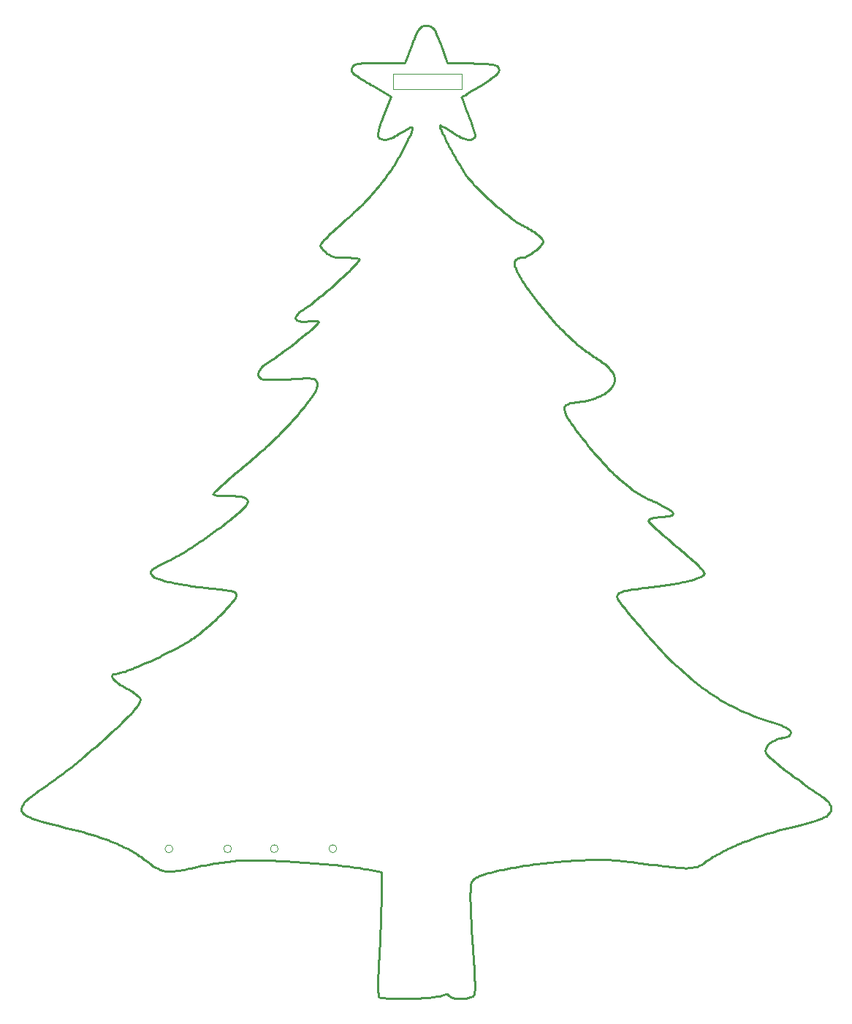
<source format=gbr>
%TF.GenerationSoftware,KiCad,Pcbnew,7.0.9*%
%TF.CreationDate,2023-11-22T22:42:55-07:00*%
%TF.ProjectId,OrnamentSCH,4f726e61-6d65-46e7-9453-43482e6b6963,rev?*%
%TF.SameCoordinates,Original*%
%TF.FileFunction,Profile,NP*%
%FSLAX46Y46*%
G04 Gerber Fmt 4.6, Leading zero omitted, Abs format (unit mm)*
G04 Created by KiCad (PCBNEW 7.0.9) date 2023-11-22 22:42:55*
%MOMM*%
%LPD*%
G01*
G04 APERTURE LIST*
%ADD10C,0.228600*%
%TA.AperFunction,Profile*%
%ADD11C,0.228600*%
%TD*%
%TA.AperFunction,Profile*%
%ADD12C,0.100000*%
%TD*%
G04 APERTURE END LIST*
D10*
X159509950Y-47019350D02*
X159759498Y-47177489D01*
X159998477Y-47318854D01*
X160226575Y-47443381D01*
X160443479Y-47551009D01*
X160747160Y-47680634D01*
X161023892Y-47771894D01*
X161272619Y-47824582D01*
X161558867Y-47834476D01*
X161790946Y-47774941D01*
X162001055Y-47602142D01*
X162059210Y-47502220D01*
X134722110Y-131330670D02*
X134981180Y-131313870D01*
X135278296Y-131301951D01*
X135610969Y-131294740D01*
X135976714Y-131292064D01*
X136373045Y-131293751D01*
X136797475Y-131299629D01*
X137247518Y-131309525D01*
X137720688Y-131323268D01*
X138214499Y-131340685D01*
X138726465Y-131361604D01*
X139254098Y-131385852D01*
X139794914Y-131413257D01*
X140346425Y-131443648D01*
X140906146Y-131476851D01*
X141471591Y-131512694D01*
X142040272Y-131551006D01*
X142609704Y-131591613D01*
X143177401Y-131634344D01*
X143740877Y-131679026D01*
X144297644Y-131725488D01*
X144845218Y-131773556D01*
X145381111Y-131823058D01*
X145902838Y-131873823D01*
X146407912Y-131925678D01*
X146893847Y-131978450D01*
X147358157Y-132031968D01*
X147798356Y-132086059D01*
X148211957Y-132140550D01*
X148596474Y-132195270D01*
X148949421Y-132250047D01*
X149268311Y-132304707D01*
X149550660Y-132359080D01*
X161877130Y-142177760D02*
X161843716Y-141741096D01*
X161811187Y-141294770D01*
X161779711Y-140842026D01*
X161749458Y-140386107D01*
X161734843Y-140157971D01*
X161706743Y-139703374D01*
X161680289Y-139253711D01*
X161655652Y-138812228D01*
X161633000Y-138382168D01*
X161612504Y-137966774D01*
X161594333Y-137569292D01*
X161578657Y-137192965D01*
X161565645Y-136841036D01*
X161555466Y-136516750D01*
X161548291Y-136223351D01*
X161544288Y-135964081D01*
X161543530Y-135848260D01*
X154435150Y-47628780D02*
X154259669Y-47997686D01*
X154081794Y-48360016D01*
X153901260Y-48716104D01*
X153717803Y-49066280D01*
X153531159Y-49410878D01*
X153341063Y-49750229D01*
X153147252Y-50084665D01*
X152949461Y-50414519D01*
X152747427Y-50740123D01*
X152540884Y-51061809D01*
X152329569Y-51379909D01*
X152113217Y-51694756D01*
X151891565Y-52006681D01*
X151664348Y-52316018D01*
X151431302Y-52623097D01*
X151192163Y-52928252D01*
X150946667Y-53231814D01*
X150694549Y-53534116D01*
X150435545Y-53835490D01*
X150169392Y-54136268D01*
X149895824Y-54436782D01*
X149614579Y-54737365D01*
X149325391Y-55038348D01*
X149027996Y-55340064D01*
X148722130Y-55642845D01*
X148407530Y-55947023D01*
X148083930Y-56252931D01*
X147751068Y-56560901D01*
X147408677Y-56871264D01*
X147056495Y-57184354D01*
X146694257Y-57500501D01*
X146321700Y-57820040D01*
X140890940Y-75568850D02*
X141294341Y-75540663D01*
X141656720Y-75517403D01*
X141980444Y-75499284D01*
X142267882Y-75486520D01*
X142521401Y-75479325D01*
X142843263Y-75479441D01*
X143102130Y-75493290D01*
X143363106Y-75534361D01*
X143580681Y-75624440D01*
X143748790Y-75828850D01*
X121696380Y-111388040D02*
X121946183Y-111513929D01*
X122180298Y-111643055D01*
X122397165Y-111774150D01*
X122595227Y-111905947D01*
X122827358Y-112080577D01*
X123019588Y-112251198D01*
X123198131Y-112454258D01*
X123312296Y-112675203D01*
X123319900Y-112708960D01*
X138323610Y-73481820D02*
X138048167Y-73669415D01*
X137802380Y-73851634D01*
X137586411Y-74028020D01*
X137400423Y-74198116D01*
X137178007Y-74440472D01*
X137023959Y-74666112D01*
X136925858Y-74938303D01*
X136951570Y-75174395D01*
X137102393Y-75370740D01*
X137298395Y-75489719D01*
X137566050Y-75582750D01*
X143748790Y-75828850D02*
X143831694Y-76068613D01*
X143843583Y-76322041D01*
X143767687Y-76618296D01*
X143643068Y-76886133D01*
X143523821Y-77093263D01*
X143373195Y-77327501D01*
X143189093Y-77592495D01*
X142969419Y-77891888D01*
X142712077Y-78229326D01*
X142568625Y-78413451D01*
X142414971Y-78608454D01*
X142250851Y-78814791D01*
X142076004Y-79032918D01*
X141890168Y-79263289D01*
X141693080Y-79506361D01*
X141484480Y-79762590D01*
X124727990Y-98426080D02*
X124935672Y-98560978D01*
X125155393Y-98656205D01*
X125434438Y-98754542D01*
X125767931Y-98855024D01*
X126150995Y-98956686D01*
X126578754Y-99058563D01*
X126807870Y-99109281D01*
X127046332Y-99159690D01*
X127293528Y-99209671D01*
X127548851Y-99259102D01*
X127811690Y-99307864D01*
X128081436Y-99355834D01*
X128357480Y-99402894D01*
X128639211Y-99448922D01*
X128926020Y-99493797D01*
X129217299Y-99537399D01*
X129512436Y-99579608D01*
X129810823Y-99620302D01*
X130111850Y-99659362D01*
X130414908Y-99696666D01*
X130719386Y-99732093D01*
X131024676Y-99765524D01*
X131330168Y-99796837D01*
X131635252Y-99825913D01*
X131939320Y-99852630D01*
D11*
X151238140Y-132707310D02*
X151238140Y-135493070D01*
D10*
X114774160Y-127568730D02*
X115175479Y-127666036D01*
X115566798Y-127763514D01*
X115948337Y-127861253D01*
X116320320Y-127959344D01*
X116682970Y-128057878D01*
X117036509Y-128156945D01*
X117381160Y-128256637D01*
X117717146Y-128357043D01*
X118044690Y-128458255D01*
X118364015Y-128560362D01*
X118675343Y-128663457D01*
X118978897Y-128767628D01*
X119274900Y-128872968D01*
X119563574Y-128979566D01*
X119845143Y-129087514D01*
X120119830Y-129196902D01*
X120387856Y-129307820D01*
X120649445Y-129420360D01*
X120904819Y-129534612D01*
X121154202Y-129650666D01*
X121397816Y-129768614D01*
X121635884Y-129888545D01*
X121868629Y-130010551D01*
X122096273Y-130134722D01*
X122319039Y-130261149D01*
X122537150Y-130389923D01*
X122750829Y-130521134D01*
X122960299Y-130654873D01*
X123165782Y-130791230D01*
X123367501Y-130930297D01*
X123565680Y-131072163D01*
X123760540Y-131216920D01*
X172680230Y-131411910D02*
X173007202Y-131388773D01*
X173321407Y-131367299D01*
X173623613Y-131347501D01*
X173914586Y-131329396D01*
X174195092Y-131312999D01*
X174465899Y-131298324D01*
X174727774Y-131285387D01*
X174981482Y-131274203D01*
X175227791Y-131264786D01*
X175467468Y-131257153D01*
X175701279Y-131251318D01*
X175929992Y-131247296D01*
X176375188Y-131244753D01*
X176809191Y-131249645D01*
X177238134Y-131262092D01*
X177668153Y-131282216D01*
X178105382Y-131310138D01*
X178555954Y-131345979D01*
X178788161Y-131366907D01*
X179026005Y-131389859D01*
X179270251Y-131414852D01*
X179521668Y-131441901D01*
X179781021Y-131471019D01*
X180049078Y-131502224D01*
X180326605Y-131535529D01*
X180614370Y-131570950D01*
X127029830Y-96373900D02*
X126797142Y-96486511D01*
X126577372Y-96593723D01*
X126370264Y-96695764D01*
X125993015Y-96885239D01*
X125663361Y-97056752D01*
X125379265Y-97212120D01*
X125138690Y-97353159D01*
X124939600Y-97481688D01*
X124714295Y-97654997D01*
X124540080Y-97859244D01*
X124502211Y-98091870D01*
X124634534Y-98325790D01*
X124727990Y-98426080D01*
X158037950Y-46183620D02*
X158284800Y-46284844D01*
X158500924Y-46401347D01*
X158707570Y-46520080D01*
X158937678Y-46657798D01*
X159185214Y-46811079D01*
X159378673Y-46934193D01*
X159509950Y-47019350D01*
D11*
X156458880Y-34619190D02*
X156458980Y-34619040D01*
D10*
X176041260Y-73094150D02*
X175832048Y-72960053D01*
X175621731Y-72820441D01*
X175410389Y-72675394D01*
X175198102Y-72524989D01*
X174984949Y-72369304D01*
X174771012Y-72208418D01*
X174556370Y-72042409D01*
X174341103Y-71871354D01*
X174125292Y-71695333D01*
X173909016Y-71514423D01*
X173692355Y-71328703D01*
X173475390Y-71138251D01*
X173258200Y-70943145D01*
X173040867Y-70743463D01*
X172823469Y-70539283D01*
X172606087Y-70330685D01*
X172388801Y-70117745D01*
X172171691Y-69900542D01*
X171954838Y-69679154D01*
X171738321Y-69453661D01*
X171522220Y-69224139D01*
X171306616Y-68990666D01*
X171091588Y-68753322D01*
X170877217Y-68512185D01*
X170663583Y-68267332D01*
X170450765Y-68018842D01*
X170238845Y-67766793D01*
X170027901Y-67511263D01*
X169818015Y-67252330D01*
X169609266Y-66990073D01*
X169401734Y-66724570D01*
X169195500Y-66455900D01*
D11*
X158862210Y-38917400D02*
X158076860Y-36768870D01*
X153938920Y-38927690D02*
X151021300Y-38933690D01*
D10*
X189214340Y-131204140D02*
X189429221Y-131066627D01*
X189651127Y-130929873D01*
X189879943Y-130793920D01*
X190115556Y-130658812D01*
X190357852Y-130524594D01*
X190606720Y-130391308D01*
X190862045Y-130258999D01*
X191123713Y-130127711D01*
X191391613Y-129997487D01*
X191665630Y-129868371D01*
X191945651Y-129740408D01*
X192231563Y-129613640D01*
X192523253Y-129488112D01*
X192820607Y-129363867D01*
X193123513Y-129240950D01*
X193431856Y-129119405D01*
X193745523Y-128999274D01*
X194064402Y-128880602D01*
X194388379Y-128763433D01*
X194717341Y-128647810D01*
X195051174Y-128533777D01*
X195389766Y-128421379D01*
X195733002Y-128310659D01*
X196080770Y-128201661D01*
X196432956Y-128094428D01*
X196789448Y-127989005D01*
X197150131Y-127885435D01*
X197514893Y-127783762D01*
X197883620Y-127684031D01*
X198256199Y-127586284D01*
X198632516Y-127490565D01*
X199012460Y-127396920D01*
X182179520Y-89464030D02*
X181771204Y-89265984D01*
X181567121Y-89158759D01*
X181362942Y-89045939D01*
X181158561Y-88927426D01*
X180953868Y-88803125D01*
X180748756Y-88672939D01*
X180543117Y-88536774D01*
X180336842Y-88394532D01*
X180129823Y-88246118D01*
X179921952Y-88091436D01*
X179713122Y-87930389D01*
X179503222Y-87762883D01*
X179292147Y-87588819D01*
X179079787Y-87408104D01*
X178866035Y-87220640D01*
X178650781Y-87026331D01*
X178433919Y-86825082D01*
X178215339Y-86616796D01*
X177994934Y-86401378D01*
X177772596Y-86178732D01*
X177548216Y-85948760D01*
X177321687Y-85711369D01*
X177092900Y-85466460D01*
X176861746Y-85213939D01*
X176628119Y-84953709D01*
X176391909Y-84685674D01*
X176153008Y-84409739D01*
X175911309Y-84125807D01*
X175666704Y-83833782D01*
X175419083Y-83533568D01*
X175168340Y-83225070D01*
X135582530Y-90144220D02*
X135398493Y-90376228D01*
X135111261Y-90670338D01*
X134932727Y-90837928D01*
X134732932Y-91017738D01*
X134513387Y-91208668D01*
X134275604Y-91409616D01*
X134021097Y-91619481D01*
X133751378Y-91837160D01*
X133467959Y-92061553D01*
X133172351Y-92291558D01*
X132866069Y-92526073D01*
X132550624Y-92763998D01*
X132227528Y-93004230D01*
X131898293Y-93245668D01*
X131564433Y-93487211D01*
X131227459Y-93727757D01*
X130888884Y-93966205D01*
X130550221Y-94201453D01*
X130212981Y-94432399D01*
X129878676Y-94657943D01*
X129548821Y-94876982D01*
X129224925Y-95088416D01*
X128908503Y-95291142D01*
X128601066Y-95484060D01*
X128304127Y-95666067D01*
X128019198Y-95836063D01*
X127747791Y-95992946D01*
X127491419Y-96135614D01*
X127251595Y-96262965D01*
X127029830Y-96373900D01*
X142793860Y-68877230D02*
X143040661Y-68844132D01*
X143319812Y-68820816D01*
X143559411Y-68817101D01*
X143814242Y-68843895D01*
X143979540Y-68958430D01*
X148705540Y-61688770D02*
X148581001Y-61920356D01*
X148372419Y-62172932D01*
X148077755Y-62491241D01*
X147901989Y-62671613D01*
X147709319Y-62864298D01*
X147501283Y-63067924D01*
X147279422Y-63281118D01*
X147045272Y-63502506D01*
X146800374Y-63730716D01*
X146546266Y-63964375D01*
X146284486Y-64202109D01*
X146016575Y-64442545D01*
X145744069Y-64684310D01*
X145468509Y-64926031D01*
X145191433Y-65166335D01*
X144914381Y-65403849D01*
X144638889Y-65637200D01*
X144366499Y-65865014D01*
X144098748Y-66085919D01*
X143837175Y-66298541D01*
X143583319Y-66501508D01*
X143338720Y-66693446D01*
X143104915Y-66872983D01*
X142883443Y-67038744D01*
X142675844Y-67189358D01*
X142483656Y-67323450D01*
X142151670Y-67536580D01*
X195793220Y-118880600D02*
X195740319Y-118605433D01*
X195786346Y-118331558D01*
X195923076Y-118066568D01*
X196080202Y-117878224D01*
X196280252Y-117702352D01*
X196519760Y-117542157D01*
X196795254Y-117400841D01*
X197103267Y-117281607D01*
X197324960Y-117215969D01*
X197558537Y-117162518D01*
X197679460Y-117140660D01*
X167540000Y-61510000D02*
X167846308Y-61450013D01*
X168120045Y-61336101D01*
X168416301Y-61175126D01*
X168619561Y-61047001D01*
X168822698Y-60905968D01*
X169021660Y-60755230D01*
X169212392Y-60597989D01*
X169390842Y-60437450D01*
X169626624Y-60197463D01*
X169811975Y-59968073D01*
X169933216Y-59760092D01*
X169976670Y-59584330D01*
X197679460Y-117140660D02*
X197910501Y-117094609D01*
X198157066Y-117021919D01*
X198390281Y-116913001D01*
X198574783Y-116756839D01*
X198668330Y-116541260D01*
X198671920Y-116481350D01*
D11*
X150215100Y-41590620D02*
X152366830Y-42858140D01*
D10*
X120405060Y-109718900D02*
X120136093Y-109760818D01*
X120001499Y-109962579D01*
X120111855Y-110227043D01*
X120265419Y-110415139D01*
X120478753Y-110617865D01*
X120747155Y-110829135D01*
X120954363Y-110971726D01*
X121182565Y-111113608D01*
X121430368Y-111252980D01*
X121696380Y-111388040D01*
X153232780Y-47209740D02*
X153562578Y-47006519D01*
X153851443Y-46831451D01*
X154100871Y-46685058D01*
X154312357Y-46567861D01*
X154561717Y-46447951D01*
X154808796Y-46401476D01*
X154840075Y-46672198D01*
X154755133Y-46913037D01*
X154618476Y-47231311D01*
X154501132Y-47487382D01*
X154435150Y-47628780D01*
X150857270Y-47444210D02*
X150989700Y-47635475D01*
X151231687Y-47784953D01*
X151481755Y-47833297D01*
X151777866Y-47818711D01*
X152027854Y-47766691D01*
X152299959Y-47679631D01*
X152592563Y-47557684D01*
X152798219Y-47457079D01*
X153011784Y-47341083D01*
X153232780Y-47209740D01*
X129679190Y-105421850D02*
X129491189Y-105557142D01*
X129279196Y-105700441D01*
X129044952Y-105850941D01*
X128790201Y-106007833D01*
X128516683Y-106170311D01*
X128226143Y-106337567D01*
X127920321Y-106508794D01*
X127600962Y-106683185D01*
X127269806Y-106859933D01*
X126928597Y-107038230D01*
X126579076Y-107217270D01*
X126222987Y-107396244D01*
X125862071Y-107574346D01*
X125498071Y-107750768D01*
X125132730Y-107924703D01*
X124767790Y-108095345D01*
X124404992Y-108261884D01*
X124046081Y-108423516D01*
X123692797Y-108579431D01*
X123346884Y-108728824D01*
X123010084Y-108870886D01*
X122684139Y-109004811D01*
X122370792Y-109129791D01*
X122071785Y-109245019D01*
X121788860Y-109349687D01*
X121523760Y-109442989D01*
X121278228Y-109524118D01*
X121054005Y-109592265D01*
X120676459Y-109686388D01*
X120405060Y-109718900D01*
X142151670Y-67536580D02*
X141912116Y-67689488D01*
X141713113Y-67839964D01*
X141489112Y-68057940D01*
X141352421Y-68262267D01*
X141301910Y-68504993D01*
X141442649Y-68744296D01*
X141711535Y-68870282D01*
X142000707Y-68918955D01*
X142233849Y-68926861D01*
X142498466Y-68913437D01*
X142793860Y-68877230D01*
X161373950Y-45084400D02*
X161244888Y-44770340D01*
X161121769Y-44469030D01*
X161006066Y-44184178D01*
X160899254Y-43919492D01*
X160802807Y-43678679D01*
X160718202Y-43465448D01*
X160626361Y-43230452D01*
X160540630Y-43001481D01*
X160523260Y-42944000D01*
D12*
X152591000Y-40208200D02*
X160591000Y-40208200D01*
X160591000Y-42021000D01*
X152591000Y-42021000D01*
X152591000Y-40208200D01*
D10*
X196193540Y-115221950D02*
X195692504Y-115062196D01*
X195198833Y-114894995D01*
X194712144Y-114720076D01*
X194232055Y-114537167D01*
X193758185Y-114345995D01*
X193290150Y-114146289D01*
X192827570Y-113937777D01*
X192370061Y-113720188D01*
X191917243Y-113493248D01*
X191468732Y-113256687D01*
X191024147Y-113010232D01*
X190583106Y-112753612D01*
X190145228Y-112486555D01*
X189710129Y-112208789D01*
X189277427Y-111920042D01*
X188846742Y-111620042D01*
X188417690Y-111308518D01*
X187989890Y-110985197D01*
X187562960Y-110649807D01*
X187136518Y-110302078D01*
X186710181Y-109941736D01*
X186283568Y-109568510D01*
X185856296Y-109182129D01*
X185427984Y-108782320D01*
X184998250Y-108368812D01*
X184566711Y-107941332D01*
X184132985Y-107499609D01*
X183696691Y-107043370D01*
X183257447Y-106572345D01*
X182814870Y-106086261D01*
X182368578Y-105584847D01*
X181918190Y-105067830D01*
X158208900Y-146987850D02*
X158449083Y-146877637D01*
X158671435Y-146799264D01*
X158917987Y-146799264D01*
X159076280Y-146987850D01*
X178069280Y-76325650D02*
X178195843Y-76041043D01*
X178259674Y-75757152D01*
X178259808Y-75472416D01*
X178195278Y-75185272D01*
X178065120Y-74894159D01*
X177941409Y-74697107D01*
X177787815Y-74497135D01*
X177604050Y-74293778D01*
X177389829Y-74086575D01*
X177144865Y-73875062D01*
X176868872Y-73658777D01*
X176561564Y-73437257D01*
X176222654Y-73210040D01*
X176041260Y-73094150D01*
X164846170Y-39669560D02*
X164782212Y-39448352D01*
X164602008Y-39261319D01*
X164376875Y-39174800D01*
X164133656Y-39125695D01*
X163814003Y-39087312D01*
X163552798Y-39066433D01*
X163249163Y-39048450D01*
X162899714Y-39032612D01*
X162501067Y-39018173D01*
X162049839Y-39004384D01*
X161803450Y-38997500D01*
X162016120Y-146845080D02*
X162052767Y-146590781D01*
X162063529Y-146325048D01*
X162066164Y-145984320D01*
X162063523Y-145719493D01*
X162057447Y-145427317D01*
X162048007Y-145110185D01*
X162035274Y-144770490D01*
X162019318Y-144410625D01*
X162000211Y-144032983D01*
X161978023Y-143639956D01*
X161952826Y-143233938D01*
X161924689Y-142817322D01*
X161893685Y-142392500D01*
X161877130Y-142177760D01*
X147070900Y-61510030D02*
X147319131Y-61512098D01*
X147555853Y-61518097D01*
X147848707Y-61531678D01*
X148109409Y-61550966D01*
X148379893Y-61581988D01*
X148606006Y-61627463D01*
X148705540Y-61688770D01*
X123319900Y-112708960D02*
X123264660Y-112953452D01*
X123045594Y-113318607D01*
X122879483Y-113542084D01*
X122678246Y-113790508D01*
X122443825Y-114062138D01*
X122178164Y-114355236D01*
X121883205Y-114668061D01*
X121560892Y-114998874D01*
X121213169Y-115345935D01*
X120841978Y-115707504D01*
X120449264Y-116081842D01*
X120036968Y-116467209D01*
X119607035Y-116861865D01*
X119161407Y-117264071D01*
X118702028Y-117672086D01*
X118230842Y-118084172D01*
X117749791Y-118498588D01*
X117260818Y-118913595D01*
X116765868Y-119327453D01*
X116266883Y-119738422D01*
X115765806Y-120144762D01*
X115264582Y-120544735D01*
X114765152Y-120936600D01*
X114269461Y-121318617D01*
X113779451Y-121689047D01*
X113297066Y-122046150D01*
X112824249Y-122388187D01*
X112362943Y-122713417D01*
X111915092Y-123020101D01*
X111482640Y-123306500D01*
X162059210Y-47502220D02*
X162063926Y-47255060D01*
X162021000Y-47019100D01*
X161948400Y-46726657D01*
X161876163Y-46476231D01*
X161789993Y-46203807D01*
X161691073Y-45913573D01*
X161580586Y-45609718D01*
X161459715Y-45296430D01*
X161373950Y-45084400D01*
X180614370Y-131570950D02*
X181272854Y-131653165D01*
X181886829Y-131730158D01*
X182458232Y-131801847D01*
X182989000Y-131868148D01*
X183481067Y-131928980D01*
X183936372Y-131984262D01*
X184356850Y-132033910D01*
X184744437Y-132077843D01*
X185101072Y-132115978D01*
X185428689Y-132148234D01*
X185729225Y-132174528D01*
X186004617Y-132194778D01*
X186256802Y-132208903D01*
X186487715Y-132216819D01*
X186893473Y-132213700D01*
X187237384Y-132184763D01*
X187534939Y-132129351D01*
X187801631Y-132046809D01*
X188052950Y-131936479D01*
X188304388Y-131797704D01*
X188571438Y-131629827D01*
X188869591Y-131432191D01*
X189214340Y-131204140D01*
D11*
X149550660Y-132359080D02*
X151238140Y-132707310D01*
D10*
X131736380Y-88931250D02*
X131976628Y-89003626D01*
X132218691Y-89037881D01*
X132456090Y-89061044D01*
X132724609Y-89079680D01*
X133017079Y-89093090D01*
X133247837Y-89099298D01*
X133485010Y-89101880D01*
X162736140Y-41565050D02*
X163040026Y-41384236D01*
X163316673Y-41215594D01*
X163567003Y-41058295D01*
X163791938Y-40911513D01*
X163992400Y-40774422D01*
X164249226Y-40585146D01*
X164456180Y-40413023D01*
X164659918Y-40205388D01*
X164808936Y-39971677D01*
X164851824Y-39712065D01*
X164846170Y-39669560D01*
X199012460Y-127396920D02*
X199342269Y-127315525D01*
X199668856Y-127232209D01*
X199990273Y-127147584D01*
X200304570Y-127062260D01*
X200609798Y-126976846D01*
X200904008Y-126891954D01*
X201185251Y-126808194D01*
X201451578Y-126726176D01*
X201701041Y-126646511D01*
X201931690Y-126569809D01*
X202238124Y-126461647D01*
X202491263Y-126363587D01*
X202734512Y-126252113D01*
X202811350Y-126206010D01*
X156458980Y-34619040D02*
X156205579Y-34633086D01*
X155941838Y-34707882D01*
X155713111Y-34876924D01*
X155538140Y-35102080D01*
X155402986Y-35334437D01*
X155258325Y-35629093D01*
X155153872Y-35863644D01*
X155041099Y-36131137D01*
X154918367Y-36433675D01*
X154784040Y-36773360D01*
X174028540Y-78221130D02*
X174374390Y-78180314D01*
X174714402Y-78126038D01*
X175047160Y-78058966D01*
X175371251Y-77979765D01*
X175685259Y-77889100D01*
X175987770Y-77787638D01*
X176277368Y-77676044D01*
X176552640Y-77554985D01*
X176812169Y-77425125D01*
X177054543Y-77287131D01*
X177278346Y-77141670D01*
X177482163Y-76989406D01*
X177664580Y-76831007D01*
X177824181Y-76667137D01*
X178017710Y-76412532D01*
X178069280Y-76325650D01*
X175168340Y-83225070D02*
X174861087Y-82843074D01*
X174572712Y-82481572D01*
X174303080Y-82139968D01*
X174052056Y-81817669D01*
X173819505Y-81514083D01*
X173605290Y-81228614D01*
X173409276Y-80960670D01*
X173231329Y-80709656D01*
X173071313Y-80474980D01*
X172929092Y-80256047D01*
X172804532Y-80052264D01*
X172607849Y-79687773D01*
X172480183Y-79376759D01*
X172420451Y-79114471D01*
X172455859Y-78802014D01*
X172638026Y-78572479D01*
X172839199Y-78457609D01*
X173102892Y-78367721D01*
X173428021Y-78298065D01*
X173813504Y-78243893D01*
X174028540Y-78221130D01*
X123760540Y-131216920D02*
X123954893Y-131363302D01*
X124139546Y-131500704D01*
X124483251Y-131749136D01*
X124798649Y-131963355D01*
X125092735Y-132144502D01*
X125372504Y-132293716D01*
X125644949Y-132412138D01*
X125917065Y-132500908D01*
X126195848Y-132561166D01*
X126488292Y-132594052D01*
X126801390Y-132600707D01*
X127142139Y-132582271D01*
X127517532Y-132539884D01*
X127934564Y-132474686D01*
X128160880Y-132433890D01*
X128400229Y-132387818D01*
X128653485Y-132336613D01*
X128921523Y-132280419D01*
X129205216Y-132219377D01*
X129505440Y-132153630D01*
X167527480Y-57724830D02*
X167259161Y-57581805D01*
X166937420Y-57379575D01*
X166570202Y-57125114D01*
X166372023Y-56980476D01*
X166165455Y-56825394D01*
X165951491Y-56660741D01*
X165731125Y-56487389D01*
X165505350Y-56306209D01*
X165275160Y-56118072D01*
X165041547Y-55923850D01*
X164805506Y-55724416D01*
X164568029Y-55520640D01*
X164330110Y-55313395D01*
X164092742Y-55103551D01*
X163856918Y-54891981D01*
X163623633Y-54679556D01*
X163393879Y-54467148D01*
X163168650Y-54255629D01*
X162948939Y-54045870D01*
X162735739Y-53838743D01*
X162530044Y-53635120D01*
X162332847Y-53435872D01*
X162145142Y-53241870D01*
X161967921Y-53053987D01*
X161802179Y-52873095D01*
X161648908Y-52700064D01*
X161383755Y-52381075D01*
X161273860Y-52236860D01*
X111482640Y-123306500D02*
X111286411Y-123435938D01*
X110925564Y-123685765D01*
X110606688Y-123923973D01*
X110329568Y-124151098D01*
X110093988Y-124367674D01*
X109899734Y-124574237D01*
X109746592Y-124771322D01*
X109593493Y-125050352D01*
X109531688Y-125311070D01*
X109560452Y-125555283D01*
X109679060Y-125784798D01*
X109886789Y-126001423D01*
X110074428Y-126139572D01*
X110301140Y-126273330D01*
X134424650Y-100427190D02*
X134391035Y-100712202D01*
X134288230Y-100918477D01*
X134133436Y-101161640D01*
X133930659Y-101437476D01*
X133683906Y-101741766D01*
X133397184Y-102070293D01*
X133240087Y-102242327D01*
X133074500Y-102418840D01*
X132900924Y-102599302D01*
X132719859Y-102783189D01*
X132531808Y-102969971D01*
X132337271Y-103159123D01*
X132136747Y-103350117D01*
X131930740Y-103542426D01*
X131719748Y-103735522D01*
X131504273Y-103928879D01*
X131284816Y-104121969D01*
X131061878Y-104314265D01*
X130835960Y-104505240D01*
X130607562Y-104694367D01*
X130377185Y-104881118D01*
X130145330Y-105064968D01*
X129912498Y-105245387D01*
X129679190Y-105421850D01*
X150947530Y-147142230D02*
X151205355Y-147226862D01*
X151516433Y-147269970D01*
X151920080Y-147302825D01*
X152151585Y-147315514D01*
X152400192Y-147325769D01*
X152663890Y-147333631D01*
X152940665Y-147339144D01*
X153228505Y-147342350D01*
X153525396Y-147343293D01*
X153829326Y-147342013D01*
X154138281Y-147338556D01*
X154450250Y-147332962D01*
X154763217Y-147325275D01*
X155075172Y-147315538D01*
X155384100Y-147303793D01*
X155687990Y-147290083D01*
X155984827Y-147274451D01*
X156272599Y-147256939D01*
X156549294Y-147237591D01*
X156812897Y-147216449D01*
X157061397Y-147193555D01*
X157292779Y-147168952D01*
X157696143Y-147114793D01*
X158006884Y-147054311D01*
X158208900Y-146987850D01*
X161273860Y-52236860D02*
X161039080Y-51903468D01*
X160782056Y-51514355D01*
X160646983Y-51302233D01*
X160508484Y-51080177D01*
X160367272Y-50849519D01*
X160224059Y-50611590D01*
X160079558Y-50367723D01*
X159934479Y-50119251D01*
X159789535Y-49867504D01*
X159645439Y-49613815D01*
X159502902Y-49359517D01*
X159362636Y-49105941D01*
X159225353Y-48854419D01*
X159091766Y-48606283D01*
X158962586Y-48362866D01*
X158838525Y-48125499D01*
X158720296Y-47895515D01*
X158608610Y-47674246D01*
X158504179Y-47463023D01*
X158319933Y-47076045D01*
X158173253Y-46745239D01*
X158069836Y-46481261D01*
X158008289Y-46233906D01*
X158037950Y-46183620D01*
X183540340Y-91551040D02*
X183940540Y-91521730D01*
X184280136Y-91485237D01*
X184558248Y-91440211D01*
X184858217Y-91353717D01*
X185034795Y-91195923D01*
X184949647Y-90979695D01*
X184709806Y-90772677D01*
X184464466Y-90610780D01*
X184149746Y-90428198D01*
X183764769Y-90223582D01*
X183545660Y-90112590D01*
X183308658Y-89995582D01*
X183053652Y-89872391D01*
X182780533Y-89742848D01*
X182489193Y-89606784D01*
X182179520Y-89464030D01*
X161543530Y-135848260D02*
X161543474Y-135502762D01*
X161546096Y-135194405D01*
X161552207Y-134920501D01*
X161562616Y-134678364D01*
X161588063Y-134368844D01*
X161627740Y-134115686D01*
X161707504Y-133850146D01*
X161823910Y-133647192D01*
X162030819Y-133448767D01*
X162253369Y-133308046D01*
X162317770Y-133272570D01*
X169976670Y-59584330D02*
X169856042Y-59327420D01*
X169656348Y-59107955D01*
X169454025Y-58925707D01*
X169213298Y-58733378D01*
X168940141Y-58535509D01*
X168742971Y-58402760D01*
X168535813Y-58270913D01*
X168320438Y-58141312D01*
X168098617Y-58015304D01*
X167872120Y-57894233D01*
X167642717Y-57779446D01*
X167527480Y-57724830D01*
X202811350Y-126206010D02*
X203031958Y-126028166D01*
X203197428Y-125842042D01*
X203332511Y-125582061D01*
X203370118Y-125309916D01*
X203310565Y-125027070D01*
X203202326Y-124808791D01*
X203039744Y-124585931D01*
X202822951Y-124359106D01*
X202648370Y-124205992D01*
X202449794Y-124051572D01*
X202341520Y-123973930D01*
X181986320Y-99727280D02*
X182332670Y-99690064D01*
X182672733Y-99651484D01*
X183006249Y-99611602D01*
X183332959Y-99570478D01*
X183652603Y-99528173D01*
X183964922Y-99484749D01*
X184269657Y-99440266D01*
X184566547Y-99394785D01*
X184855333Y-99348368D01*
X185135756Y-99301076D01*
X185407556Y-99252969D01*
X185670474Y-99204108D01*
X185924249Y-99154554D01*
X186168624Y-99104370D01*
X186403338Y-99053614D01*
X186628131Y-99002350D01*
X187046918Y-98898535D01*
X187422909Y-98793416D01*
X187754028Y-98687478D01*
X188038199Y-98581211D01*
X188273346Y-98475103D01*
X188529604Y-98317305D01*
X188663880Y-98162610D01*
X160523260Y-42944000D02*
X160742372Y-42782054D01*
X160964430Y-42638805D01*
X161173373Y-42507526D01*
X161414402Y-42358457D01*
X161683685Y-42193982D01*
X161977388Y-42016483D01*
X162184865Y-41892090D01*
X162400357Y-41763674D01*
X162622729Y-41631940D01*
X162736140Y-41565050D01*
X146321700Y-57820040D02*
X146053233Y-58050810D01*
X145800648Y-58272852D01*
X145564390Y-58485671D01*
X145344902Y-58688777D01*
X145142630Y-58881676D01*
X144958019Y-59063877D01*
X144791513Y-59234886D01*
X144576674Y-59469338D01*
X144405075Y-59675840D01*
X144246131Y-59904826D01*
X144164632Y-60140981D01*
X144181090Y-60189110D01*
X137566050Y-75582750D02*
X137818316Y-75620799D01*
X138120791Y-75640348D01*
X138397420Y-75648708D01*
X138710320Y-75651701D01*
X139053742Y-75649360D01*
X139296805Y-75644852D01*
X139549173Y-75637997D01*
X139809142Y-75628804D01*
X140075007Y-75617284D01*
X140345064Y-75603445D01*
X140617610Y-75587297D01*
X140890940Y-75568850D01*
X144181090Y-60189110D02*
X144316072Y-60378024D01*
X144515733Y-60628290D01*
X144717075Y-60841147D01*
X144925786Y-61019201D01*
X145147555Y-61165058D01*
X145388068Y-61281326D01*
X145653016Y-61370609D01*
X145948084Y-61435515D01*
X146278963Y-61478650D01*
X146522251Y-61496598D01*
X146785668Y-61506800D01*
X147070900Y-61510030D01*
X182130860Y-91942210D02*
X182301710Y-91786582D01*
X182545053Y-91701340D01*
X182811091Y-91639803D01*
X183057173Y-91599053D01*
X183326531Y-91567584D01*
X183540340Y-91551040D01*
X147896570Y-39381730D02*
X147802549Y-39643060D01*
X147816313Y-39877130D01*
X147979597Y-40123691D01*
X148166700Y-40294158D01*
X148431669Y-40492018D01*
X148656026Y-40643383D01*
X148921668Y-40813283D01*
X149231267Y-41004261D01*
X149587492Y-41218861D01*
X149783925Y-41335815D01*
X149993016Y-41459628D01*
X150215100Y-41590620D01*
X151516140Y-44945140D02*
X151430499Y-45159938D01*
X151310310Y-45478291D01*
X151201055Y-45788190D01*
X151103875Y-46085310D01*
X151019907Y-46365329D01*
X150950288Y-46623923D01*
X150896157Y-46856769D01*
X150850041Y-47119705D01*
X150838070Y-47357587D01*
X150857270Y-47444210D01*
X178587750Y-101027300D02*
X178518222Y-100778404D01*
X178588665Y-100517762D01*
X178789563Y-100342501D01*
X179034602Y-100226615D01*
X179367702Y-100121322D01*
X179641882Y-100055794D01*
X179959986Y-99993147D01*
X180323926Y-99932650D01*
X180735618Y-99873570D01*
X181196975Y-99815178D01*
X181446876Y-99786012D01*
X181709911Y-99756742D01*
X181986320Y-99727280D01*
X151021300Y-38933690D02*
X150600477Y-38935457D01*
X150218637Y-38939441D01*
X149873872Y-38945918D01*
X149564270Y-38955160D01*
X149287921Y-38967444D01*
X149042916Y-38983042D01*
X148730000Y-39013256D01*
X148476863Y-39052472D01*
X148221196Y-39120365D01*
X148011668Y-39233398D01*
X147896570Y-39381730D01*
X181918190Y-105067830D02*
X181755587Y-104878984D01*
X181594627Y-104691587D01*
X181435523Y-104505896D01*
X181278488Y-104322171D01*
X181123735Y-104140671D01*
X180971479Y-103961654D01*
X180821931Y-103785380D01*
X180531818Y-103442096D01*
X180255101Y-103112889D01*
X179993488Y-102799832D01*
X179748685Y-102504995D01*
X179522399Y-102230451D01*
X179316337Y-101978271D01*
X179132205Y-101750527D01*
X178971710Y-101549290D01*
X178779020Y-101301668D01*
X178620758Y-101083617D01*
X178587750Y-101027300D01*
X151238140Y-135493070D02*
X151236774Y-135799431D01*
X151232768Y-136141348D01*
X151226257Y-136515167D01*
X151217376Y-136917233D01*
X151206262Y-137343893D01*
X151193051Y-137791493D01*
X151185701Y-138022004D01*
X151177878Y-138256380D01*
X151169598Y-138494163D01*
X151160878Y-138734898D01*
X151151736Y-138978128D01*
X151142188Y-139223396D01*
X151132252Y-139470244D01*
X151121944Y-139718218D01*
X151111281Y-139966859D01*
X151100280Y-140215711D01*
X151088959Y-140464318D01*
X151077333Y-140712222D01*
X151065421Y-140958966D01*
X151053239Y-141204095D01*
X151040804Y-141447152D01*
X151028133Y-141687679D01*
X151015243Y-141925220D01*
X151002152Y-142159318D01*
X150988875Y-142389517D01*
X150975430Y-142615360D01*
X158076860Y-36768870D02*
X157950990Y-36427970D01*
X157835973Y-36124639D01*
X157730189Y-35856726D01*
X157632021Y-35622083D01*
X157495507Y-35327799D01*
X157367024Y-35096284D01*
X157198763Y-34872702D01*
X156975134Y-34705826D01*
X156713121Y-34632721D01*
X156458880Y-34619190D01*
X143979540Y-68958430D02*
X143823261Y-69183814D01*
X143638826Y-69370760D01*
X143393228Y-69599450D01*
X143093742Y-69864066D01*
X142747644Y-70158789D01*
X142559390Y-70315622D01*
X142362210Y-70477801D01*
X142157015Y-70644596D01*
X141944715Y-70815282D01*
X141726217Y-70989131D01*
X141502433Y-71165415D01*
X141274272Y-71343407D01*
X141042642Y-71522380D01*
X140808454Y-71701607D01*
X140572616Y-71880360D01*
X140336039Y-72057912D01*
X140099631Y-72233535D01*
X139864302Y-72406503D01*
X139630962Y-72576087D01*
X139400520Y-72741561D01*
X139173886Y-72902198D01*
X138951968Y-73057269D01*
X138735676Y-73206048D01*
X138525920Y-73347807D01*
X138323610Y-73481820D01*
D11*
X161803450Y-38997500D02*
X158862210Y-38917400D01*
D10*
X129505440Y-132153630D02*
X129811164Y-132087949D01*
X130132070Y-132022206D01*
X130465483Y-131956821D01*
X130808732Y-131892215D01*
X131159144Y-131828807D01*
X131514047Y-131767017D01*
X131870768Y-131707268D01*
X132226635Y-131649978D01*
X132578974Y-131595569D01*
X132925114Y-131544460D01*
X133262383Y-131497073D01*
X133588107Y-131453827D01*
X133899614Y-131415144D01*
X134194232Y-131381443D01*
X134469288Y-131353144D01*
X134722110Y-131330670D01*
X202341520Y-123973930D02*
X201942371Y-123694440D01*
X201556599Y-123423352D01*
X201184120Y-123160603D01*
X200824851Y-122906127D01*
X200478709Y-122659862D01*
X200145613Y-122421743D01*
X199825479Y-122191706D01*
X199518225Y-121969688D01*
X199223769Y-121755624D01*
X198942026Y-121549451D01*
X198672916Y-121351105D01*
X198416355Y-121160521D01*
X198172261Y-120977636D01*
X197940550Y-120802386D01*
X197721141Y-120634707D01*
X197513951Y-120474536D01*
X197318897Y-120321807D01*
X197135896Y-120176458D01*
X196805724Y-119907642D01*
X196522774Y-119667576D01*
X196286386Y-119455748D01*
X196095897Y-119271648D01*
X195894780Y-119046369D01*
X195793220Y-118880600D01*
X159076280Y-146987850D02*
X159264330Y-147167528D01*
X159510495Y-147261775D01*
X159822260Y-147322489D01*
X160055656Y-147344865D01*
X160301867Y-147353133D01*
X160554360Y-147347610D01*
X160806597Y-147328613D01*
X161052043Y-147296460D01*
X161284164Y-147251471D01*
X161593060Y-147160610D01*
X161835209Y-147042653D01*
X162016120Y-146845080D01*
X141484480Y-79762590D02*
X141241864Y-80052613D01*
X140973032Y-80360160D01*
X140679823Y-80683465D01*
X140364077Y-81020764D01*
X140198326Y-81194109D01*
X140027631Y-81370291D01*
X139852221Y-81549089D01*
X139672326Y-81730283D01*
X139488176Y-81913651D01*
X139300000Y-82098974D01*
X139108029Y-82286031D01*
X138912493Y-82474601D01*
X138713622Y-82664463D01*
X138511644Y-82855398D01*
X138306791Y-83047184D01*
X138099292Y-83239600D01*
X137889377Y-83432427D01*
X137677276Y-83625444D01*
X137463219Y-83818430D01*
X137247436Y-84011165D01*
X137030156Y-84203427D01*
X136811609Y-84394997D01*
X136592027Y-84585654D01*
X136371637Y-84775177D01*
X136150671Y-84963345D01*
X135929357Y-85149939D01*
X135707927Y-85334737D01*
X135486610Y-85517520D01*
X150975430Y-142615360D02*
X150949960Y-143057640D01*
X150927602Y-143489471D01*
X150908369Y-143908539D01*
X150892270Y-144312530D01*
X150879316Y-144699130D01*
X150869518Y-145066026D01*
X150862887Y-145410904D01*
X150859435Y-145731451D01*
X150859171Y-146025352D01*
X150862107Y-146290293D01*
X150868254Y-146523962D01*
X150883518Y-146810767D01*
X150915209Y-147062123D01*
X150947530Y-147142230D01*
X110301140Y-126273330D02*
X110529519Y-126373136D01*
X110787887Y-126466903D01*
X111112303Y-126574390D01*
X111361454Y-126652563D01*
X111634230Y-126735174D01*
X111928338Y-126821557D01*
X112241488Y-126911049D01*
X112571386Y-127002985D01*
X112915742Y-127096700D01*
X113272263Y-127191532D01*
X113638657Y-127286815D01*
X114012633Y-127381885D01*
X114391897Y-127476078D01*
X114774160Y-127568730D01*
X131939320Y-99852630D02*
X132206883Y-99876682D01*
X132461188Y-99902710D01*
X132701868Y-99930630D01*
X132928560Y-99960357D01*
X133241567Y-100008149D01*
X133521043Y-100059530D01*
X133765753Y-100114215D01*
X134035822Y-100191772D01*
X134278956Y-100295232D01*
X134424650Y-100427190D01*
D11*
X154784040Y-36773360D02*
X153938920Y-38927690D01*
D10*
X198671920Y-116481350D02*
X198567706Y-116245637D01*
X198358713Y-116071588D01*
X198103301Y-115925120D01*
X197857007Y-115809381D01*
X197561458Y-115687402D01*
X197336023Y-115602086D01*
X197087137Y-115513201D01*
X196814177Y-115420429D01*
X196516519Y-115323451D01*
X196193540Y-115221950D01*
D11*
X152366830Y-42858140D02*
X151516140Y-44945140D01*
D10*
X169195500Y-66455900D02*
X168942312Y-66120920D01*
X168702764Y-65799496D01*
X168476790Y-65491437D01*
X168264327Y-65196551D01*
X168065310Y-64914646D01*
X167879675Y-64645531D01*
X167707357Y-64389014D01*
X167548294Y-64144904D01*
X167402419Y-63913009D01*
X167269670Y-63693137D01*
X167149983Y-63485096D01*
X166949534Y-63103744D01*
X166800559Y-62767418D01*
X166702546Y-62474587D01*
X166654980Y-62223718D01*
X166677096Y-61922737D01*
X166809832Y-61707546D01*
X167051454Y-61572972D01*
X167400229Y-61513839D01*
X167540000Y-61510000D01*
X185491890Y-95003070D02*
X185149588Y-94720756D01*
X184816866Y-94443256D01*
X184495450Y-94172139D01*
X184187066Y-93908974D01*
X183893437Y-93655328D01*
X183616290Y-93412772D01*
X183357349Y-93182872D01*
X183118341Y-92967200D01*
X182900990Y-92767322D01*
X182707021Y-92584807D01*
X182538160Y-92421226D01*
X182335721Y-92214783D01*
X182169781Y-92020431D01*
X182130860Y-91942210D01*
X162317770Y-133272570D02*
X162603144Y-133137441D01*
X162960484Y-133000568D01*
X163384717Y-132862862D01*
X163620335Y-132793982D01*
X163870775Y-132725236D01*
X164135404Y-132656737D01*
X164413587Y-132588601D01*
X164704691Y-132520940D01*
X165008083Y-132453870D01*
X165323128Y-132387503D01*
X165649192Y-132321954D01*
X165985643Y-132257337D01*
X166331846Y-132193766D01*
X166687167Y-132131355D01*
X167050973Y-132070218D01*
X167422629Y-132010468D01*
X167801503Y-131952221D01*
X168186960Y-131895590D01*
X168578367Y-131840689D01*
X168975089Y-131787632D01*
X169376493Y-131736532D01*
X169781946Y-131687505D01*
X170190813Y-131640664D01*
X170602461Y-131596123D01*
X171016256Y-131553996D01*
X171431564Y-131514397D01*
X171847751Y-131477441D01*
X172264185Y-131443240D01*
X172680230Y-131411910D01*
X188663880Y-98162610D02*
X188599915Y-97926147D01*
X188414270Y-97670350D01*
X188202102Y-97429107D01*
X188026632Y-97245461D01*
X187824382Y-97043999D01*
X187595727Y-96825097D01*
X187341046Y-96589130D01*
X187060714Y-96336474D01*
X186755108Y-96067505D01*
X186424604Y-95782599D01*
X186250133Y-95634286D01*
X186069579Y-95482130D01*
X185882989Y-95326177D01*
X185690410Y-95166475D01*
X185491890Y-95003070D01*
X135486610Y-85517520D02*
X135284258Y-85684187D01*
X135085001Y-85849173D01*
X134889078Y-86012258D01*
X134696728Y-86173224D01*
X134508193Y-86331851D01*
X134323712Y-86487921D01*
X134143524Y-86641215D01*
X133967870Y-86791514D01*
X133631125Y-87082252D01*
X133315396Y-87358384D01*
X133022602Y-87618160D01*
X132754665Y-87859830D01*
X132513503Y-88081641D01*
X132301037Y-88281844D01*
X132119187Y-88458688D01*
X131908018Y-88676327D01*
X131751535Y-88868415D01*
X131736380Y-88931250D01*
X133485010Y-89101880D02*
X133844082Y-89106179D01*
X134170309Y-89117375D01*
X134464214Y-89135729D01*
X134726322Y-89161501D01*
X134957158Y-89194952D01*
X135245925Y-89260096D01*
X135467283Y-89343982D01*
X135660631Y-89486505D01*
X135744618Y-89716890D01*
X135690768Y-89945522D01*
X135582530Y-90144220D01*
D12*
%TO.C,SW2*%
X133890000Y-130000000D02*
G75*
G03*
X133890000Y-130000000I-450000J0D01*
G01*
X127090000Y-130000000D02*
G75*
G03*
X127090000Y-130000000I-450000J0D01*
G01*
%TO.C,SW1*%
X146090000Y-129980000D02*
G75*
G03*
X146090000Y-129980000I-450000J0D01*
G01*
X139290000Y-129980000D02*
G75*
G03*
X139290000Y-129980000I-450000J0D01*
G01*
%TD*%
M02*

</source>
